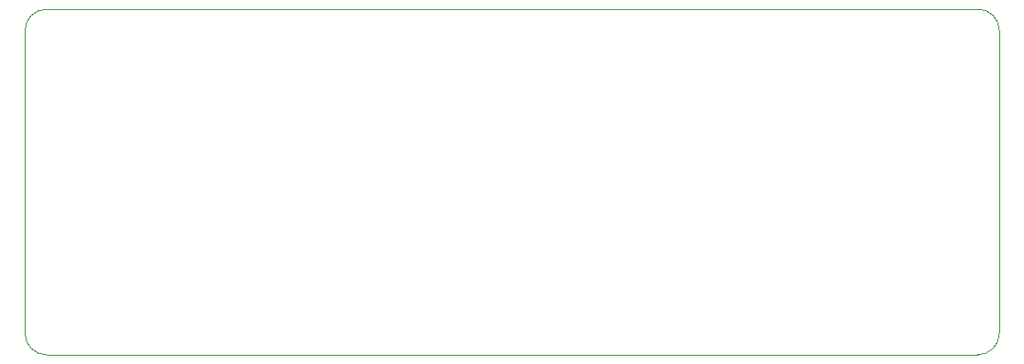
<source format=gbr>
%TF.GenerationSoftware,KiCad,Pcbnew,(6.0.0)*%
%TF.CreationDate,2022-06-06T22:52:27+03:00*%
%TF.ProjectId,link,6c696e6b-2e6b-4696-9361-645f70636258,rev?*%
%TF.SameCoordinates,Original*%
%TF.FileFunction,Profile,NP*%
%FSLAX46Y46*%
G04 Gerber Fmt 4.6, Leading zero omitted, Abs format (unit mm)*
G04 Created by KiCad (PCBNEW (6.0.0)) date 2022-06-06 22:52:27*
%MOMM*%
%LPD*%
G01*
G04 APERTURE LIST*
%TA.AperFunction,Profile*%
%ADD10C,0.100000*%
%TD*%
G04 APERTURE END LIST*
D10*
X103000000Y-79000000D02*
X103000000Y-51000000D01*
X105000000Y-49000000D02*
X191000000Y-49000000D01*
X193000000Y-51000000D02*
G75*
G03*
X191000000Y-49000000I-1999999J1D01*
G01*
X191000000Y-81000000D02*
G75*
G03*
X193000000Y-79000000I1J1999999D01*
G01*
X105000000Y-49000000D02*
G75*
G03*
X103000000Y-51000000I-1J-1999999D01*
G01*
X193000000Y-51000000D02*
X193000000Y-79000000D01*
X103000000Y-79000000D02*
G75*
G03*
X105000000Y-81000000I1999999J-1D01*
G01*
X191000000Y-81000000D02*
X105000000Y-81000000D01*
M02*

</source>
